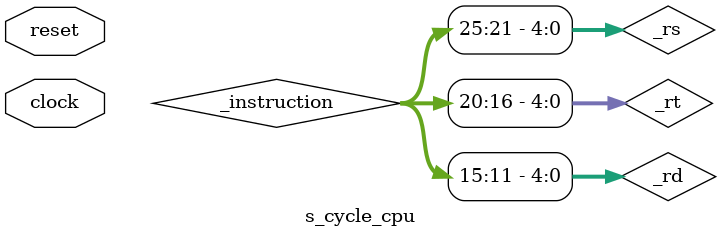
<source format=v>
/*
利用实现的各个基本模块，实现一个能执行addu指令的单周期CPU。
顶层模块定义如下：
module s_cycle_cpu(clock,reset);

//输入

input clock;

input reset;
*/
module s_cycle_cpu(clock,reset);
    input clock;
    input reset;

    wire [31:0] _pc;
    wire [31:0] _npc;
    wire [31:0] _instruction;
    wire [31:0] _a;
    wire [31:0] _b;
    wire [31:0] _data_write;
    wire [4:0] _rs;
    wire [4:0] _rt;
    wire [4:0] _rd;
    wire _reg_write;
    wire [3:0] _aluop;

    // get PC then PC+4
    pc PC ( .pc(_pc),
            .npc(_npc),
            .clock(clock),
            .reset(reset)
          );
    assign _npc = _pc + 32'h00000004;
    
    // use pc to get instruction
    im IM ( .instruction(_instruction),
            .pc(_pc)
          );
    
    // decode and get source and target rigister
    assign _rs = _instruction[25:21];
    assign _rt = _instruction[20:16];
    assign _rd = _instruction[15:11];

    // decode and write back
    gpr GPR (.a(_a),
             .b(_b),
             .rs(_rs),
             .rt(_rt),
             .num_write(_rd),
             .data_write(_data_write),
             .reg_write(_reg_write),
             .clock(clock)
            );
    // get result
    alu ALU (.c(_data_write),
             .a(_a),
             .b(_b),
             .aluop(_aluop)
            );
    
    ctrl CTRL (
        .reg_write(_reg_write),
        .aluop(_aluop),
        .op(_instruction[31:26]),
        .funct(_instruction[5:0])
    );
endmodule
</source>
